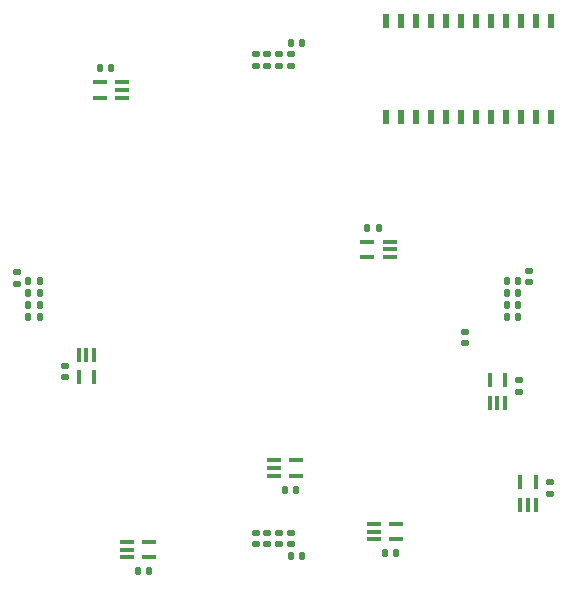
<source format=gbp>
G04 #@! TF.GenerationSoftware,KiCad,Pcbnew,(6.0.2)*
G04 #@! TF.CreationDate,2023-11-23T16:59:36-08:00*
G04 #@! TF.ProjectId,phase_shifter_v1,70686173-655f-4736-9869-667465725f76,rev?*
G04 #@! TF.SameCoordinates,Original*
G04 #@! TF.FileFunction,Paste,Bot*
G04 #@! TF.FilePolarity,Positive*
%FSLAX46Y46*%
G04 Gerber Fmt 4.6, Leading zero omitted, Abs format (unit mm)*
G04 Created by KiCad (PCBNEW (6.0.2)) date 2023-11-23 16:59:36*
%MOMM*%
%LPD*%
G01*
G04 APERTURE LIST*
G04 Aperture macros list*
%AMRoundRect*
0 Rectangle with rounded corners*
0 $1 Rounding radius*
0 $2 $3 $4 $5 $6 $7 $8 $9 X,Y pos of 4 corners*
0 Add a 4 corners polygon primitive as box body*
4,1,4,$2,$3,$4,$5,$6,$7,$8,$9,$2,$3,0*
0 Add four circle primitives for the rounded corners*
1,1,$1+$1,$2,$3*
1,1,$1+$1,$4,$5*
1,1,$1+$1,$6,$7*
1,1,$1+$1,$8,$9*
0 Add four rect primitives between the rounded corners*
20,1,$1+$1,$2,$3,$4,$5,0*
20,1,$1+$1,$4,$5,$6,$7,0*
20,1,$1+$1,$6,$7,$8,$9,0*
20,1,$1+$1,$8,$9,$2,$3,0*%
G04 Aperture macros list end*
%ADD10RoundRect,0.147500X-0.147500X-0.172500X0.147500X-0.172500X0.147500X0.172500X-0.147500X0.172500X0*%
%ADD11R,1.200000X0.400000*%
%ADD12RoundRect,0.147500X0.172500X-0.147500X0.172500X0.147500X-0.172500X0.147500X-0.172500X-0.147500X0*%
%ADD13RoundRect,0.140000X-0.170000X0.140000X-0.170000X-0.140000X0.170000X-0.140000X0.170000X0.140000X0*%
%ADD14RoundRect,0.147500X-0.172500X0.147500X-0.172500X-0.147500X0.172500X-0.147500X0.172500X0.147500X0*%
%ADD15RoundRect,0.140000X-0.140000X-0.170000X0.140000X-0.170000X0.140000X0.170000X-0.140000X0.170000X0*%
%ADD16RoundRect,0.140000X0.140000X0.170000X-0.140000X0.170000X-0.140000X-0.170000X0.140000X-0.170000X0*%
%ADD17RoundRect,0.140000X0.170000X-0.140000X0.170000X0.140000X-0.170000X0.140000X-0.170000X-0.140000X0*%
%ADD18RoundRect,0.147500X0.147500X0.172500X-0.147500X0.172500X-0.147500X-0.172500X0.147500X-0.172500X0*%
%ADD19R,0.400000X1.200000*%
%ADD20R,0.508000X1.219200*%
G04 APERTURE END LIST*
D10*
X174765000Y-78500000D03*
X175735000Y-78500000D03*
X174765000Y-77500000D03*
X175735000Y-77500000D03*
D11*
X155050000Y-91930001D03*
X155050000Y-91280001D03*
X155050000Y-90630001D03*
X156950000Y-90630001D03*
X156950000Y-91930001D03*
D12*
X153500000Y-57220000D03*
X153500000Y-56250000D03*
D13*
X178390000Y-92500000D03*
X178390000Y-93460000D03*
D12*
X156500000Y-57220000D03*
X156500000Y-56250000D03*
D14*
X156500000Y-96765000D03*
X156500000Y-97735000D03*
D15*
X156480000Y-98750000D03*
X157440000Y-98750000D03*
D16*
X144500000Y-100040000D03*
X143540000Y-100040000D03*
D14*
X155500000Y-96765000D03*
X155500000Y-97735000D03*
D15*
X156470000Y-55320000D03*
X157430000Y-55320000D03*
D11*
X142600000Y-98850000D03*
X142600000Y-98200000D03*
X142600000Y-97550000D03*
X144500000Y-97550000D03*
X144500000Y-98850000D03*
D17*
X133310000Y-75700000D03*
X133310000Y-74740000D03*
D11*
X142225244Y-58625244D03*
X142225244Y-59275244D03*
X142225244Y-59925244D03*
X140325244Y-59925244D03*
X140325244Y-58625244D03*
D14*
X153500000Y-96765000D03*
X153500000Y-97735000D03*
D13*
X175815000Y-83860000D03*
X175815000Y-84820000D03*
D12*
X155500000Y-57220000D03*
X155500000Y-56250000D03*
D17*
X171210000Y-80730000D03*
X171210000Y-79770000D03*
D18*
X135235000Y-78500000D03*
X134265000Y-78500000D03*
D19*
X138525000Y-81710000D03*
X139175000Y-81710000D03*
X139825000Y-81710000D03*
X139825000Y-83610000D03*
X138525000Y-83610000D03*
D10*
X174765000Y-75500000D03*
X175735000Y-75500000D03*
D17*
X176680000Y-75550000D03*
X176680000Y-74590000D03*
D18*
X135235000Y-75500000D03*
X134265000Y-75500000D03*
D17*
X137335000Y-83610000D03*
X137335000Y-82650000D03*
D15*
X140325244Y-57435244D03*
X141285244Y-57435244D03*
D16*
X165384999Y-98525001D03*
X164424999Y-98525001D03*
D19*
X174625000Y-85760000D03*
X173975000Y-85760000D03*
X173325000Y-85760000D03*
X173325000Y-83860000D03*
X174625000Y-83860000D03*
D11*
X164845000Y-72125000D03*
X164845000Y-72775000D03*
X164845000Y-73425000D03*
X162945000Y-73425000D03*
X162945000Y-72125000D03*
D15*
X162945000Y-70935000D03*
X163905000Y-70935000D03*
D18*
X135235000Y-77500000D03*
X134265000Y-77500000D03*
D11*
X163484999Y-97335001D03*
X163484999Y-96685001D03*
X163484999Y-96035001D03*
X165384999Y-96035001D03*
X165384999Y-97335001D03*
D12*
X154500000Y-57220000D03*
X154500000Y-56250000D03*
D10*
X174765000Y-76500000D03*
X175735000Y-76500000D03*
D20*
X164515000Y-53436000D03*
X165785000Y-53436000D03*
X167055000Y-53436000D03*
X168325000Y-53436000D03*
X169595000Y-53436000D03*
X170865000Y-53436000D03*
X172135000Y-53436000D03*
X173405000Y-53436000D03*
X174675000Y-53436000D03*
X175945000Y-53436000D03*
X177215000Y-53436000D03*
X178485000Y-53436000D03*
X178485000Y-61564000D03*
X177215000Y-61564000D03*
X175945000Y-61564000D03*
X174675000Y-61564000D03*
X173405000Y-61564000D03*
X172135000Y-61564000D03*
X170865000Y-61564000D03*
X169595000Y-61564000D03*
X168325000Y-61564000D03*
X167055000Y-61564000D03*
X165785000Y-61564000D03*
X164515000Y-61564000D03*
D19*
X177200000Y-94400000D03*
X176550000Y-94400000D03*
X175900000Y-94400000D03*
X175900000Y-92500000D03*
X177200000Y-92500000D03*
D16*
X156950000Y-93120001D03*
X155990000Y-93120001D03*
D18*
X135235000Y-76500000D03*
X134265000Y-76500000D03*
D14*
X154500000Y-96765000D03*
X154500000Y-97735000D03*
M02*

</source>
